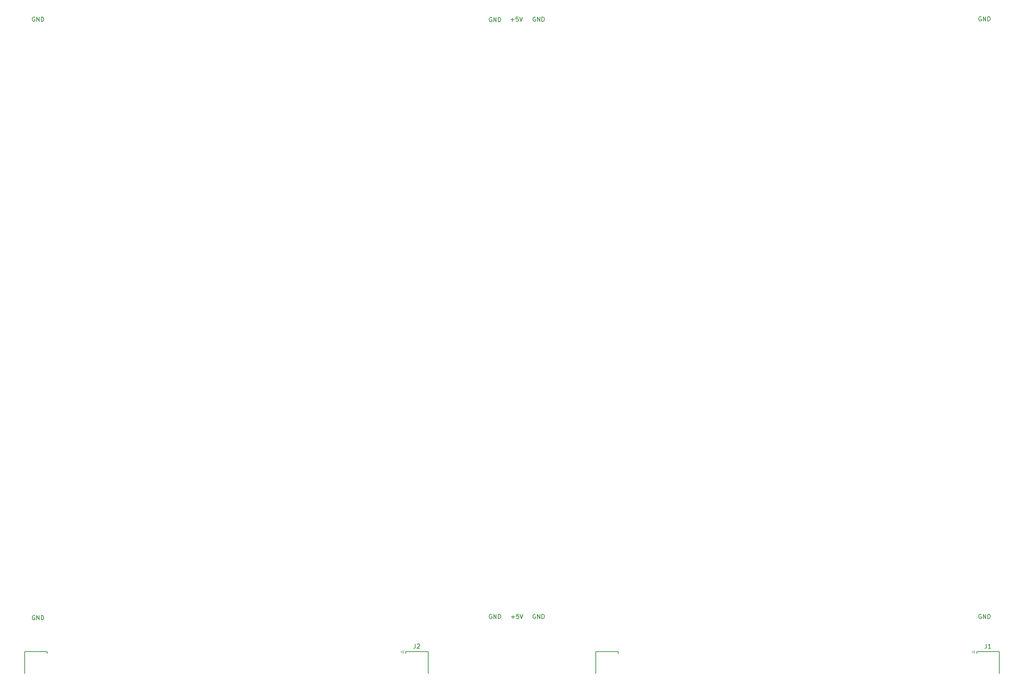
<source format=gbr>
G04 #@! TF.GenerationSoftware,KiCad,Pcbnew,(5.1.4-0-10_14)*
G04 #@! TF.CreationDate,2019-11-27T23:26:46+01:00*
G04 #@! TF.ProjectId,Eurocard_6U_233x160_VME,4575726f-6361-4726-945f-36555f323333,rev?*
G04 #@! TF.SameCoordinates,Original*
G04 #@! TF.FileFunction,Legend,Top*
G04 #@! TF.FilePolarity,Positive*
%FSLAX46Y46*%
G04 Gerber Fmt 4.6, Leading zero omitted, Abs format (unit mm)*
G04 Created by KiCad (PCBNEW (5.1.4-0-10_14)) date 2019-11-27 23:26:46*
%MOMM*%
%LPD*%
G04 APERTURE LIST*
%ADD10C,0.150000*%
%ADD11C,0.120000*%
G04 APERTURE END LIST*
D10*
X116414285Y153028571D02*
X117176190Y153028571D01*
X116795238Y152647619D02*
X116795238Y153409523D01*
X118128571Y153647619D02*
X117652380Y153647619D01*
X117604761Y153171428D01*
X117652380Y153219047D01*
X117747619Y153266666D01*
X117985714Y153266666D01*
X118080952Y153219047D01*
X118128571Y153171428D01*
X118176190Y153076190D01*
X118176190Y152838095D01*
X118128571Y152742857D01*
X118080952Y152695238D01*
X117985714Y152647619D01*
X117747619Y152647619D01*
X117652380Y152695238D01*
X117604761Y152742857D01*
X118461904Y153647619D02*
X118795238Y152647619D01*
X119128571Y153647619D01*
X116514285Y13428571D02*
X117276190Y13428571D01*
X116895238Y13047619D02*
X116895238Y13809523D01*
X118228571Y14047619D02*
X117752380Y14047619D01*
X117704761Y13571428D01*
X117752380Y13619047D01*
X117847619Y13666666D01*
X118085714Y13666666D01*
X118180952Y13619047D01*
X118228571Y13571428D01*
X118276190Y13476190D01*
X118276190Y13238095D01*
X118228571Y13142857D01*
X118180952Y13095238D01*
X118085714Y13047619D01*
X117847619Y13047619D01*
X117752380Y13095238D01*
X117704761Y13142857D01*
X118561904Y14047619D02*
X118895238Y13047619D01*
X119228571Y14047619D01*
X226238095Y14000000D02*
X226142857Y14047619D01*
X226000000Y14047619D01*
X225857142Y14000000D01*
X225761904Y13904761D01*
X225714285Y13809523D01*
X225666666Y13619047D01*
X225666666Y13476190D01*
X225714285Y13285714D01*
X225761904Y13190476D01*
X225857142Y13095238D01*
X226000000Y13047619D01*
X226095238Y13047619D01*
X226238095Y13095238D01*
X226285714Y13142857D01*
X226285714Y13476190D01*
X226095238Y13476190D01*
X226714285Y13047619D02*
X226714285Y14047619D01*
X227285714Y13047619D01*
X227285714Y14047619D01*
X227761904Y13047619D02*
X227761904Y14047619D01*
X228000000Y14047619D01*
X228142857Y14000000D01*
X228238095Y13904761D01*
X228285714Y13809523D01*
X228333333Y13619047D01*
X228333333Y13476190D01*
X228285714Y13285714D01*
X228238095Y13190476D01*
X228142857Y13095238D01*
X228000000Y13047619D01*
X227761904Y13047619D01*
X226238095Y153700000D02*
X226142857Y153747619D01*
X226000000Y153747619D01*
X225857142Y153700000D01*
X225761904Y153604761D01*
X225714285Y153509523D01*
X225666666Y153319047D01*
X225666666Y153176190D01*
X225714285Y152985714D01*
X225761904Y152890476D01*
X225857142Y152795238D01*
X226000000Y152747619D01*
X226095238Y152747619D01*
X226238095Y152795238D01*
X226285714Y152842857D01*
X226285714Y153176190D01*
X226095238Y153176190D01*
X226714285Y152747619D02*
X226714285Y153747619D01*
X227285714Y152747619D01*
X227285714Y153747619D01*
X227761904Y152747619D02*
X227761904Y153747619D01*
X228000000Y153747619D01*
X228142857Y153700000D01*
X228238095Y153604761D01*
X228285714Y153509523D01*
X228333333Y153319047D01*
X228333333Y153176190D01*
X228285714Y152985714D01*
X228238095Y152890476D01*
X228142857Y152795238D01*
X228000000Y152747619D01*
X227761904Y152747619D01*
X122138095Y153600000D02*
X122042857Y153647619D01*
X121900000Y153647619D01*
X121757142Y153600000D01*
X121661904Y153504761D01*
X121614285Y153409523D01*
X121566666Y153219047D01*
X121566666Y153076190D01*
X121614285Y152885714D01*
X121661904Y152790476D01*
X121757142Y152695238D01*
X121900000Y152647619D01*
X121995238Y152647619D01*
X122138095Y152695238D01*
X122185714Y152742857D01*
X122185714Y153076190D01*
X121995238Y153076190D01*
X122614285Y152647619D02*
X122614285Y153647619D01*
X123185714Y152647619D01*
X123185714Y153647619D01*
X123661904Y152647619D02*
X123661904Y153647619D01*
X123900000Y153647619D01*
X124042857Y153600000D01*
X124138095Y153504761D01*
X124185714Y153409523D01*
X124233333Y153219047D01*
X124233333Y153076190D01*
X124185714Y152885714D01*
X124138095Y152790476D01*
X124042857Y152695238D01*
X123900000Y152647619D01*
X123661904Y152647619D01*
X111938095Y153500000D02*
X111842857Y153547619D01*
X111700000Y153547619D01*
X111557142Y153500000D01*
X111461904Y153404761D01*
X111414285Y153309523D01*
X111366666Y153119047D01*
X111366666Y152976190D01*
X111414285Y152785714D01*
X111461904Y152690476D01*
X111557142Y152595238D01*
X111700000Y152547619D01*
X111795238Y152547619D01*
X111938095Y152595238D01*
X111985714Y152642857D01*
X111985714Y152976190D01*
X111795238Y152976190D01*
X112414285Y152547619D02*
X112414285Y153547619D01*
X112985714Y152547619D01*
X112985714Y153547619D01*
X113461904Y152547619D02*
X113461904Y153547619D01*
X113700000Y153547619D01*
X113842857Y153500000D01*
X113938095Y153404761D01*
X113985714Y153309523D01*
X114033333Y153119047D01*
X114033333Y152976190D01*
X113985714Y152785714D01*
X113938095Y152690476D01*
X113842857Y152595238D01*
X113700000Y152547619D01*
X113461904Y152547619D01*
X122138095Y14000000D02*
X122042857Y14047619D01*
X121900000Y14047619D01*
X121757142Y14000000D01*
X121661904Y13904761D01*
X121614285Y13809523D01*
X121566666Y13619047D01*
X121566666Y13476190D01*
X121614285Y13285714D01*
X121661904Y13190476D01*
X121757142Y13095238D01*
X121900000Y13047619D01*
X121995238Y13047619D01*
X122138095Y13095238D01*
X122185714Y13142857D01*
X122185714Y13476190D01*
X121995238Y13476190D01*
X122614285Y13047619D02*
X122614285Y14047619D01*
X123185714Y13047619D01*
X123185714Y14047619D01*
X123661904Y13047619D02*
X123661904Y14047619D01*
X123900000Y14047619D01*
X124042857Y14000000D01*
X124138095Y13904761D01*
X124185714Y13809523D01*
X124233333Y13619047D01*
X124233333Y13476190D01*
X124185714Y13285714D01*
X124138095Y13190476D01*
X124042857Y13095238D01*
X123900000Y13047619D01*
X123661904Y13047619D01*
X111938095Y14000000D02*
X111842857Y14047619D01*
X111700000Y14047619D01*
X111557142Y14000000D01*
X111461904Y13904761D01*
X111414285Y13809523D01*
X111366666Y13619047D01*
X111366666Y13476190D01*
X111414285Y13285714D01*
X111461904Y13190476D01*
X111557142Y13095238D01*
X111700000Y13047619D01*
X111795238Y13047619D01*
X111938095Y13095238D01*
X111985714Y13142857D01*
X111985714Y13476190D01*
X111795238Y13476190D01*
X112414285Y13047619D02*
X112414285Y14047619D01*
X112985714Y13047619D01*
X112985714Y14047619D01*
X113461904Y13047619D02*
X113461904Y14047619D01*
X113700000Y14047619D01*
X113842857Y14000000D01*
X113938095Y13904761D01*
X113985714Y13809523D01*
X114033333Y13619047D01*
X114033333Y13476190D01*
X113985714Y13285714D01*
X113938095Y13190476D01*
X113842857Y13095238D01*
X113700000Y13047619D01*
X113461904Y13047619D01*
X5238095Y13700000D02*
X5142857Y13747619D01*
X4999999Y13747619D01*
X4857142Y13700000D01*
X4761904Y13604761D01*
X4714285Y13509523D01*
X4666666Y13319047D01*
X4666666Y13176190D01*
X4714285Y12985714D01*
X4761904Y12890476D01*
X4857142Y12795238D01*
X4999999Y12747619D01*
X5095238Y12747619D01*
X5238095Y12795238D01*
X5285714Y12842857D01*
X5285714Y13176190D01*
X5095238Y13176190D01*
X5714285Y12747619D02*
X5714285Y13747619D01*
X6285714Y12747619D01*
X6285714Y13747619D01*
X6761904Y12747619D02*
X6761904Y13747619D01*
X7000000Y13747619D01*
X7142857Y13700000D01*
X7238095Y13604761D01*
X7285714Y13509523D01*
X7333333Y13319047D01*
X7333333Y13176190D01*
X7285714Y12985714D01*
X7238095Y12890476D01*
X7142857Y12795238D01*
X7000000Y12747619D01*
X6761904Y12747619D01*
X5238095Y153600000D02*
X5142857Y153647619D01*
X4999999Y153647619D01*
X4857142Y153600000D01*
X4761904Y153504761D01*
X4714285Y153409523D01*
X4666666Y153219047D01*
X4666666Y153076190D01*
X4714285Y152885714D01*
X4761904Y152790476D01*
X4857142Y152695238D01*
X4999999Y152647619D01*
X5095238Y152647619D01*
X5238095Y152695238D01*
X5285714Y152742857D01*
X5285714Y153076190D01*
X5095238Y153076190D01*
X5714285Y152647619D02*
X5714285Y153647619D01*
X6285714Y152647619D01*
X6285714Y153647619D01*
X6761904Y152647619D02*
X6761904Y153647619D01*
X7000000Y153647619D01*
X7142857Y153600000D01*
X7238095Y153504761D01*
X7285714Y153409523D01*
X7333333Y153219047D01*
X7333333Y153076190D01*
X7285714Y152885714D01*
X7238095Y152790476D01*
X7142857Y152695238D01*
X7000000Y152647619D01*
X6761904Y152647619D01*
X91900000Y4860000D02*
X91900000Y5360000D01*
X91900000Y5360000D02*
X97100000Y5360000D01*
X97100000Y5360000D02*
X97100000Y260000D01*
X8100000Y4860000D02*
X8100000Y5360000D01*
X8100000Y5360000D02*
X2900000Y5360000D01*
X2900000Y5360000D02*
X2900000Y260000D01*
D11*
X90720000Y5300000D02*
X91320000Y5000000D01*
X91320000Y5000000D02*
X91320000Y5600000D01*
X91320000Y5600000D02*
X90720000Y5300000D01*
D10*
X225250000Y4860000D02*
X225250000Y5360000D01*
X225250000Y5360000D02*
X230450000Y5360000D01*
X230450000Y5360000D02*
X230450000Y260000D01*
X141450000Y4860000D02*
X141450000Y5360000D01*
X141450000Y5360000D02*
X136250000Y5360000D01*
X136250000Y5360000D02*
X136250000Y260000D01*
D11*
X224070000Y5300000D02*
X224670000Y5000000D01*
X224670000Y5000000D02*
X224670000Y5600000D01*
X224670000Y5600000D02*
X224070000Y5300000D01*
D10*
X94116666Y7117619D02*
X94116666Y6403333D01*
X94069047Y6260476D01*
X93973809Y6165238D01*
X93830952Y6117619D01*
X93735714Y6117619D01*
X94545238Y7022380D02*
X94592857Y7070000D01*
X94688095Y7117619D01*
X94926190Y7117619D01*
X95021428Y7070000D01*
X95069047Y7022380D01*
X95116666Y6927142D01*
X95116666Y6831904D01*
X95069047Y6689047D01*
X94497619Y6117619D01*
X95116666Y6117619D01*
X227466666Y7117619D02*
X227466666Y6403333D01*
X227419047Y6260476D01*
X227323809Y6165238D01*
X227180952Y6117619D01*
X227085714Y6117619D01*
X228466666Y6117619D02*
X227895238Y6117619D01*
X228180952Y6117619D02*
X228180952Y7117619D01*
X228085714Y6974761D01*
X227990476Y6879523D01*
X227895238Y6831904D01*
M02*

</source>
